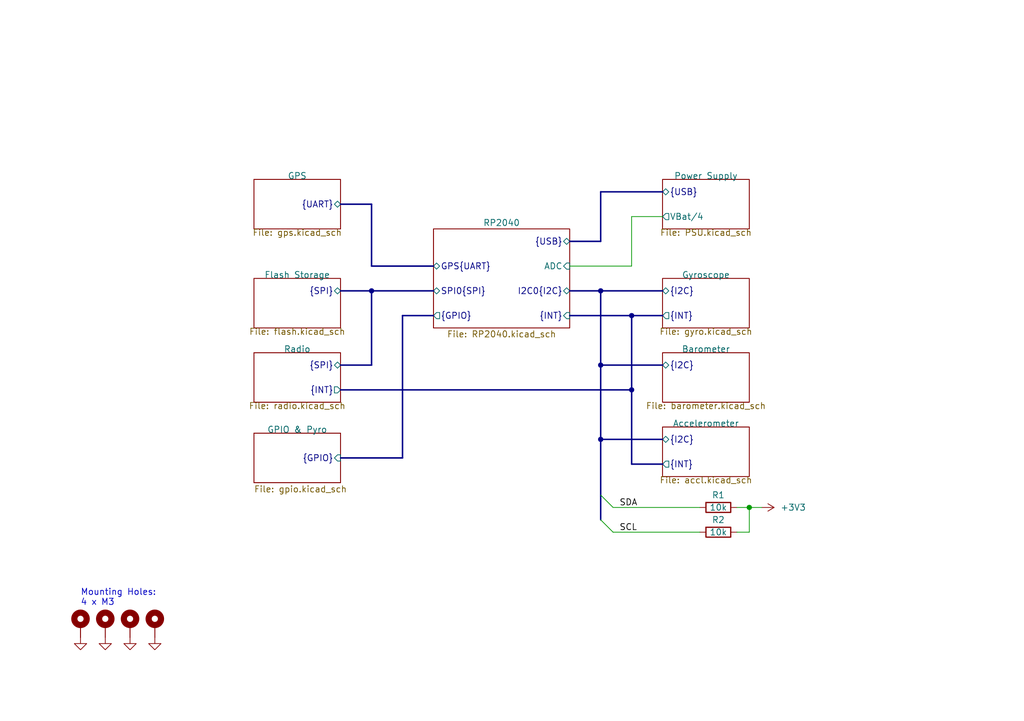
<source format=kicad_sch>
(kicad_sch (version 20211123) (generator eeschema)
  (paper "A5")
  (title_block (title "Phoenix - Overview") (comment 1 "2022/10/18 WH"))
  (lib_symbols
    (symbol "Device:R" (pin_numbers hide) (pin_names (offset 0))
      (property "Reference" "R" (at 2.032 0 90))
      (property "Value" "R" (at 0 0 90))
      (symbol "R_0_1"
        (rectangle (start -1.016 -2.54) (end 1.016 2.54) (stroke (width 0.254)))
      )
      (symbol "R_1_1"
        (pin passive line (at 0 3.81 270) (length 1.27) (name "~") (number "1"))
        (pin passive line (at 0 -3.81 90) (length 1.27) (name "~") (number "2"))
      )
    )
    (symbol "Mechanical:MountingHole_Pad" (pin_numbers hide) (pin_names (offset 1.016) hide)
      (property "Reference" "H" (at 0 6.35 0))
      (property "Value" "MountingHole_Pad" (at 0 4.445 0))
      (symbol "MountingHole_Pad_0_1"
        (circle (center 0 1.27) (radius 1.27) (stroke (width 1.27)))
      )
      (symbol "MountingHole_Pad_1_1"
        (pin input line (at 0 -2.54 90) (length 2.54) (name "1") (number "1"))
      )
    )
    (symbol "power:+3.3V" (power) (pin_names (offset 0))
      (property "Value" "+3.3V" (at 0 3.556 0))
      (symbol "+3.3V_0_1"
        (polyline (pts (xy -0.762 1.27) (xy 0 2.54)))
        (polyline (pts (xy 0 0) (xy 0 2.54)))
        (polyline (pts (xy 0 2.54) (xy 0.762 1.27)))
      )
      (symbol "+3.3V_1_1"
        (pin power_in line (at 0 0 90) (length 0) hide (name "+3V3") (number "1"))
      )
    )
    (symbol "power:GND" (power) (pin_names (offset 0))
      (property "Value" "GND" (at 0 -3.81 0))
      (symbol "GND_0_1"
        (polyline (pts (xy 0 0) (xy 0 -1.27) (xy 1.27 -1.27) (xy 0 -2.54) (xy -1.27 -1.27) (xy 0 -1.27)))
      )
      (symbol "GND_1_1"
        (pin power_in line (at 0 0 270) (length 0) hide (name "GND") (number "1"))
      )
    )
  )
  (bus_alias "INT" (members "Accel[1..2]" "Gyro[1..2]" "Radio"))
  (bus_alias "USB" (members "D+" "D-"))
  (bus_alias "I2C" (members "SDA" "SCL"))
  (bus_alias "SPI" (members "SCK" "Tx" "Rx" "CS[0..1]"))
  (bus_alias "UART" (members "Tx" "Rx"))
  (junction (at 123.19 74.93))
  (junction (at 76.2 59.69))
  (junction (at 129.54 64.77))
  (junction (at 129.54 80.01))
  (junction (at 123.19 59.69))
  (junction (at 123.19 90.17))
  (junction (at 153.67 104.14))
  (bus_entry (at 123.19 101.6) (size 2.54 2.54))
  (bus_entry (at 123.19 106.68) (size 2.54 2.54))
  (bus (pts (xy 69.85 41.91) (xy 76.2 41.91)))
  (wire (pts (xy 129.54 44.45) (xy 135.89 44.45)))
  (bus (pts (xy 76.2 41.91) (xy 76.2 54.61)))
  (bus (pts (xy 69.85 80.01) (xy 129.54 80.01)))
  (bus (pts (xy 69.85 59.69) (xy 76.2 59.69)))
  (bus (pts (xy 123.19 49.53) (xy 123.19 39.37)))
  (wire (pts (xy 153.67 109.22) (xy 151.13 109.22)))
  (wire (pts (xy 116.84 54.61) (xy 129.54 54.61)))
  (wire (pts (xy 151.13 104.14) (xy 153.67 104.14)))
  (bus (pts (xy 76.2 54.61) (xy 88.9 54.61)))
  (bus (pts (xy 69.85 93.98) (xy 82.55 93.98)))
  (bus (pts (xy 123.19 39.37) (xy 135.89 39.37)))
  (wire (pts (xy 153.67 104.14) (xy 156.21 104.14)))
  (bus (pts (xy 129.54 64.77) (xy 135.89 64.77)))
  (bus (pts (xy 69.85 74.93) (xy 76.2 74.93)))
  (wire (pts (xy 125.73 109.22) (xy 143.51 109.22)))
  (bus (pts (xy 116.84 59.69) (xy 123.19 59.69)))
  (bus (pts (xy 123.19 59.69) (xy 135.89 59.69)))
  (bus (pts (xy 123.19 90.17) (xy 135.89 90.17)))
  (bus (pts (xy 116.84 49.53) (xy 123.19 49.53)))
  (bus (pts (xy 76.2 59.69) (xy 76.2 74.93)))
  (bus (pts (xy 116.84 64.77) (xy 129.54 64.77)))
  (wire (pts (xy 125.73 104.14) (xy 143.51 104.14)))
  (bus (pts (xy 82.55 64.77) (xy 88.9 64.77)))
  (bus (pts (xy 123.19 74.93) (xy 135.89 74.93)))
  (bus (pts (xy 123.19 59.69) (xy 123.19 74.93)))
  (bus (pts (xy 76.2 59.69) (xy 88.9 59.69)))
  (bus (pts (xy 129.54 64.77) (xy 129.54 80.01)))
  (bus (pts (xy 123.19 74.93) (xy 123.19 90.17)))
  (bus (pts (xy 82.55 64.77) (xy 82.55 93.98)))
  (bus (pts (xy 123.19 101.6) (xy 123.19 106.68)))
  (wire (pts (xy 153.67 104.14) (xy 153.67 109.22)))
  (wire (pts (xy 129.54 54.61) (xy 129.54 44.45)))
  (bus (pts (xy 129.54 95.25) (xy 135.89 95.25)))
  (bus (pts (xy 123.19 90.17) (xy 123.19 101.6)))
  (bus (pts (xy 129.54 80.01) (xy 129.54 95.25)))
  (text "Mounting Holes:\n4 x M3" (at 16.51 124.46 0) (effects (font (size 1.27 1.27)) (justify left bottom)))
  (label "SCL" (at 127 109.22 0))
  (label "SDA" (at 127 104.14 0))
  (symbol (lib_id "power:GND") (at 21.59 130.81 0) (unit 1)
    (property "Reference" "#PWR02" (effects hide))
    (property "Value" "GND" (effects hide))
  )
  (symbol (lib_id "Mechanical:MountingHole_Pad") (at 21.59 128.27 0) (unit 1)
    (property "Reference" "H2" (effects hide))
    (property "Value" "MountingHole_Pad" (effects hide))
    (property "Footprint" "MountingHole:MountingHole_3.2mm_M3_ISO7380_Pad_TopBottom" (effects hide))
  )
  (symbol (lib_id "Mechanical:MountingHole_Pad") (at 26.67 128.27 0) (unit 1)
    (property "Reference" "H3" (effects hide))
    (property "Value" "MountingHole_Pad" (effects hide))
    (property "Footprint" "MountingHole:MountingHole_3.2mm_M3_ISO7380_Pad_TopBottom" (effects hide))
  )
  (symbol (lib_id "Mechanical:MountingHole_Pad") (at 16.51 128.27 0) (unit 1)
    (property "Reference" "H1" (effects hide))
    (property "Value" "MountingHole_Pad" (effects hide))
    (property "Footprint" "MountingHole:MountingHole_3.2mm_M3_ISO7380_Pad_TopBottom" (effects hide))
  )
  (symbol (lib_id "power:GND") (at 26.67 130.81 0) (unit 1)
    (property "Reference" "#PWR03" (effects hide))
    (property "Value" "GND" (effects hide))
  )
  (symbol (lib_id "power:GND") (at 31.75 130.81 0) (unit 1)
    (property "Reference" "#PWR04" (effects hide))
    (property "Value" "GND" (effects hide))
  )
  (symbol (lib_id "Device:R") (at 147.32 109.22 90) (unit 1)
    (property "Reference" "R2" (at 147.32 106.68 90))
    (property "Value" "10k" (at 147.32 109.22 90))
    (property "Footprint" "Resistor_SMD:R_0603_1608Metric" (effects hide))
  )
  (symbol (lib_id "Mechanical:MountingHole_Pad") (at 31.75 128.27 0) (unit 1)
    (property "Reference" "H4" (effects hide))
    (property "Value" "MountingHole_Pad" (effects hide))
    (property "Footprint" "MountingHole:MountingHole_3.2mm_M3_ISO7380_Pad_TopBottom" (effects hide))
  )
  (symbol (lib_id "Device:R") (at 147.32 104.14 90) (unit 1)
    (property "Reference" "R1" (at 147.32 101.6 90))
    (property "Value" "10k" (at 147.32 104.14 90))
    (property "Footprint" "Resistor_SMD:R_0603_1608Metric" (effects hide))
  )
  (symbol (lib_id "power:GND") (at 16.51 130.81 0) (unit 1)
    (property "Reference" "#PWR01" (effects hide))
    (property "Value" "GND" (effects hide))
  )
  (symbol (lib_id "power:+3.3V") (at 156.21 104.14 270) (unit 1)
    (property "Reference" "#PWR05" (effects hide))
    (property "Value" "+3.3V" (at 160.02 104.1399 90) (effects (justify left)))
  )
  (sheet (at 52.07 36.83) (size 17.78 10.16) (stroke (width 0.1524))
    (property "Sheet name" "GPS" (at 60.96 36.83 0) (effects (justify bottom)))
    (property "Sheet file" "gps.kicad_sch" (at 60.96 46.99 0) (effects (justify top)))
    (pin "{UART}" bidirectional (at 69.85 41.91 0))
  )
  (sheet (at 135.89 72.39) (size 17.78 10.16) (stroke (width 0.1524))
    (property "Sheet name" "Barometer" (at 144.78 72.39 0) (effects (justify bottom)))
    (property "Sheet file" "barometer.kicad_sch" (at 144.78 82.55 0) (effects (justify top)))
    (pin "{I2C}" bidirectional (at 135.89 74.93 180))
  )
  (sheet (at 52.07 72.39) (size 17.78 10.16) (stroke (width 0.1524))
    (property "Sheet name" "Radio" (at 60.96 72.39 0) (effects (justify bottom)))
    (property "Sheet file" "radio.kicad_sch" (at 60.96 82.55 0) (effects (justify top)))
    (pin "{SPI}" bidirectional (at 69.85 74.93 0))
    (pin "{INT}" output (at 69.85 80.01 0))
  )
  (sheet (at 135.89 36.83) (size 17.78 10.16) (stroke (width 0.1524))
    (property "Sheet name" "Power Supply" (at 144.78 36.83 0) (effects (justify bottom)))
    (property "Sheet file" "PSU.kicad_sch" (at 144.78 46.99 0) (effects (justify top)))
    (pin "{USB}" bidirectional (at 135.89 39.37 180))
    (pin "VBat{slash}4" output (at 135.89 44.45 180))
  )
  (sheet (at 88.9 46.99) (size 27.94 20.32) (stroke (width 0.1524))
    (property "Sheet name" "RP2040" (at 102.87 45.72 0))
    (property "Sheet file" "RP2040.kicad_sch" (at 102.87 68.58 0))
    (pin "{USB}" bidirectional (at 116.84 49.53 0))
    (pin "SPI0{SPI}" bidirectional (at 88.9 59.69 180))
    (pin "I2C0{I2C}" bidirectional (at 116.84 59.69 0))
    (pin "GPS{UART}" bidirectional (at 88.9 54.61 180))
    (pin "{INT}" input (at 116.84 64.77 0))
    (pin "ADC" input (at 116.84 54.61 0))
    (pin "{GPIO}" output (at 88.9 64.77 180))
  )
  (sheet (at 52.07 57.15) (size 17.78 10.16) (stroke (width 0.1524))
    (property "Sheet name" "Flash Storage" (at 60.96 57.15 0) (effects (justify bottom)))
    (property "Sheet file" "flash.kicad_sch" (at 60.96 67.31 0) (effects (justify top)))
    (pin "{SPI}" bidirectional (at 69.85 59.69 0))
  )
  (sheet (at 135.89 87.63) (size 17.78 10.16) (stroke (width 0.1524))
    (property "Sheet name" "Accelerometer" (at 144.78 87.63 0) (effects (justify bottom)))
    (property "Sheet file" "accl.kicad_sch" (at 144.78 97.79 0) (effects (justify top)))
    (pin "{I2C}" bidirectional (at 135.89 90.17 180))
    (pin "{INT}" output (at 135.89 95.25 180))
  )
  (sheet (at 52.07 88.9) (size 17.78 10.16) (stroke (width 0.1524))
    (property "Sheet name" "GPIO & Pyro" (at 60.96 88.9 0) (effects (justify bottom)))
    (property "Sheet file" "gpio.kicad_sch" (at 52.07 99.6446 0) (effects (justify left top)))
    (pin "{GPIO}" input (at 69.85 93.98 0))
  )
  (sheet (at 135.89 57.15) (size 17.78 10.16) (stroke (width 0.1524))
    (property "Sheet name" "Gyroscope" (at 144.78 57.15 0) (effects (justify bottom)))
    (property "Sheet file" "gyro.kicad_sch" (at 144.78 67.31 0) (effects (justify top)))
    (pin "{I2C}" bidirectional (at 135.89 59.69 180))
    (pin "{INT}" output (at 135.89 64.77 180))
  )
)
</source>
